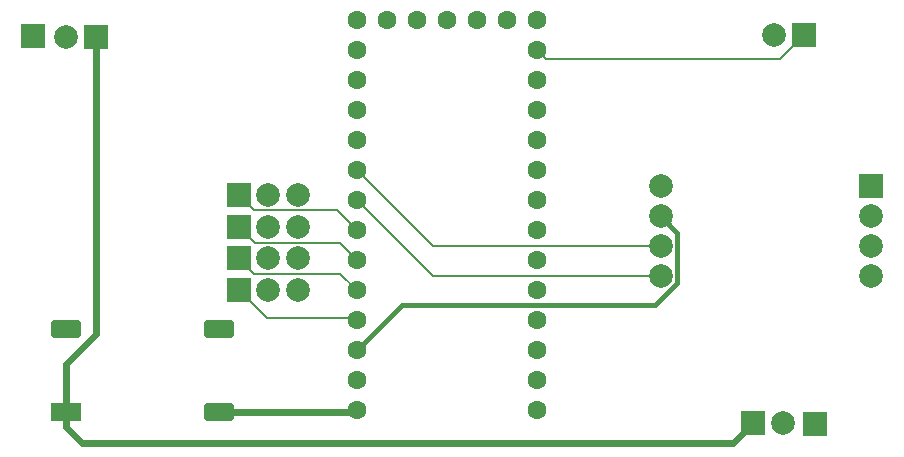
<source format=gbr>
%TF.GenerationSoftware,KiCad,Pcbnew,9.0.7*%
%TF.CreationDate,2026-02-07T11:06:05-07:00*%
%TF.ProjectId,PCB_v1,5043425f-7631-42e6-9b69-6361645f7063,rev?*%
%TF.SameCoordinates,Original*%
%TF.FileFunction,Copper,L1,Top*%
%TF.FilePolarity,Positive*%
%FSLAX46Y46*%
G04 Gerber Fmt 4.6, Leading zero omitted, Abs format (unit mm)*
G04 Created by KiCad (PCBNEW 9.0.7) date 2026-02-07 11:06:05*
%MOMM*%
%LPD*%
G01*
G04 APERTURE LIST*
G04 Aperture macros list*
%AMRoundRect*
0 Rectangle with rounded corners*
0 $1 Rounding radius*
0 $2 $3 $4 $5 $6 $7 $8 $9 X,Y pos of 4 corners*
0 Add a 4 corners polygon primitive as box body*
4,1,4,$2,$3,$4,$5,$6,$7,$8,$9,$2,$3,0*
0 Add four circle primitives for the rounded corners*
1,1,$1+$1,$2,$3*
1,1,$1+$1,$4,$5*
1,1,$1+$1,$6,$7*
1,1,$1+$1,$8,$9*
0 Add four rect primitives between the rounded corners*
20,1,$1+$1,$2,$3,$4,$5,0*
20,1,$1+$1,$4,$5,$6,$7,0*
20,1,$1+$1,$6,$7,$8,$9,0*
20,1,$1+$1,$8,$9,$2,$3,0*%
G04 Aperture macros list end*
%TA.AperFunction,ComponentPad*%
%ADD10R,2.000000X2.000000*%
%TD*%
%TA.AperFunction,ComponentPad*%
%ADD11C,2.000000*%
%TD*%
%TA.AperFunction,ComponentPad*%
%ADD12C,1.600000*%
%TD*%
%TA.AperFunction,ComponentPad*%
%ADD13RoundRect,1.000000X-0.000010X0.000010X-0.000010X-0.000010X0.000010X-0.000010X0.000010X0.000010X0*%
%TD*%
%TA.AperFunction,ComponentPad*%
%ADD14R,2.500000X1.500000*%
%TD*%
%TA.AperFunction,ComponentPad*%
%ADD15RoundRect,0.150000X1.100000X0.600000X-1.100000X0.600000X-1.100000X-0.600000X1.100000X-0.600000X0*%
%TD*%
%TA.AperFunction,Conductor*%
%ADD16C,0.400000*%
%TD*%
%TA.AperFunction,Conductor*%
%ADD17C,0.200000*%
%TD*%
%TA.AperFunction,Conductor*%
%ADD18C,0.600000*%
%TD*%
G04 APERTURE END LIST*
D10*
%TO.P,J7,1,Pin_1*%
%TO.N,/S_ESC_Right_3*%
X213100000Y-96408000D03*
%TD*%
%TO.P,J5,1,Pin_1*%
%TO.N,/12V*%
X207830000Y-96344500D03*
D11*
%TO.P,J5,2,Pin_2*%
%TO.N,/GND*%
X210370000Y-96344500D03*
%TD*%
D10*
%TO.P,J6,1,Pin_1*%
%TO.N,/S_ESC_Left_2*%
X146900000Y-63592000D03*
%TD*%
D12*
%TO.P,U1,1,GND*%
%TO.N,/GND*%
X189525000Y-95240000D03*
%TO.P,U1,2,0_RX1_CRX2_CS1*%
%TO.N,unconnected-(U1-0_RX1_CRX2_CS1-Pad2)*%
X189525000Y-92700000D03*
%TO.P,U1,3,1_TX1_CTX2_MISO1*%
%TO.N,unconnected-(U1-1_TX1_CTX2_MISO1-Pad3)*%
X189525000Y-90160000D03*
%TO.P,U1,4,2_OUT2*%
%TO.N,/S_ESC_Left_2*%
X189525000Y-87620000D03*
%TO.P,U1,5,3_LRCLK2*%
%TO.N,/S_ESC_Right_3*%
X189525000Y-85080000D03*
%TO.P,U1,6,4_BCLK2*%
%TO.N,unconnected-(U1-4_BCLK2-Pad6)*%
X189525000Y-82540000D03*
%TO.P,U1,7,5_IN2*%
%TO.N,unconnected-(U1-5_IN2-Pad7)*%
X189525000Y-80000000D03*
%TO.P,U1,8,6_OUT1D*%
%TO.N,unconnected-(U1-6_OUT1D-Pad8)*%
X189525000Y-77460000D03*
%TO.P,U1,9,7_RX2_OUT1A*%
%TO.N,unconnected-(U1-7_RX2_OUT1A-Pad9)*%
X189525000Y-74920000D03*
%TO.P,U1,10,8_TX2_IN1*%
%TO.N,unconnected-(U1-8_TX2_IN1-Pad10)*%
X189525000Y-72380000D03*
%TO.P,U1,11,9_OUT1C*%
%TO.N,unconnected-(U1-9_OUT1C-Pad11)*%
X189525000Y-69840000D03*
%TO.P,U1,12,10_CS_MQSR*%
%TO.N,unconnected-(U1-10_CS_MQSR-Pad12)*%
X189525000Y-67300000D03*
%TO.P,U1,13,11_MOSI_CTX1*%
%TO.N,/LED*%
X189525000Y-64760000D03*
%TO.P,U1,14,12_MISO_MQSL*%
%TO.N,unconnected-(U1-12_MISO_MQSL-Pad14)*%
X189525000Y-62220000D03*
%TO.P,U1,15,VBAT*%
%TO.N,unconnected-(U1-VBAT-Pad15)*%
X186985000Y-62220000D03*
%TO.P,U1,16,3V3*%
%TO.N,unconnected-(U1-3V3-Pad16)*%
X184445000Y-62220000D03*
%TO.P,U1,17,GND*%
%TO.N,/GND*%
X181905000Y-62220000D03*
%TO.P,U1,18,PROGRAM*%
%TO.N,unconnected-(U1-PROGRAM-Pad18)*%
X179365000Y-62220000D03*
%TO.P,U1,19,ON_OFF*%
%TO.N,unconnected-(U1-ON_OFF-Pad19)*%
X176825000Y-62220000D03*
%TO.P,U1,20,13_SCK_CRX1_LED*%
%TO.N,unconnected-(U1-13_SCK_CRX1_LED-Pad20)*%
X174285000Y-62220000D03*
%TO.P,U1,21,14_A0_TX3_SPDIF_OUT*%
%TO.N,unconnected-(U1-14_A0_TX3_SPDIF_OUT-Pad21)*%
X174285000Y-64760000D03*
%TO.P,U1,22,15_A1_RX3_SPDIF_IN*%
%TO.N,unconnected-(U1-15_A1_RX3_SPDIF_IN-Pad22)*%
X174285000Y-67300000D03*
%TO.P,U1,23,16_A2_RX4_SCL1*%
%TO.N,unconnected-(U1-16_A2_RX4_SCL1-Pad23)*%
X174285000Y-69840000D03*
%TO.P,U1,24,17_A3_TX4_SDA1*%
%TO.N,unconnected-(U1-17_A3_TX4_SDA1-Pad24)*%
X174285000Y-72380000D03*
%TO.P,U1,25,18_A4_SDA0*%
%TO.N,/SDA_18*%
X174285000Y-74920000D03*
%TO.P,U1,26,19_A5_SCL0*%
%TO.N,/SCL_19*%
X174285000Y-77460000D03*
%TO.P,U1,27,20_A6_TX5_LRCLK1*%
%TO.N,/CH4_20*%
X174285000Y-80000000D03*
%TO.P,U1,28,21_A7_RX5_BCLK1*%
%TO.N,/CH3_21*%
X174285000Y-82540000D03*
%TO.P,U1,29,22_A8_CTX1*%
%TO.N,/CH2_22*%
X174285000Y-85080000D03*
%TO.P,U1,30,23_A9_CRX1_MCLK1*%
%TO.N,/CH1_23*%
X174285000Y-87620000D03*
%TO.P,U1,31,3V3*%
%TO.N,/3.3V*%
X174285000Y-90160000D03*
%TO.P,U1,32,GND*%
%TO.N,/GND*%
X174285000Y-92700000D03*
%TO.P,U1,33,VIN*%
%TO.N,/5V*%
X174285000Y-95240000D03*
%TD*%
D10*
%TO.P,J4,1,Pin_1*%
%TO.N,/12V*%
X152170000Y-63655500D03*
D11*
%TO.P,J4,2,Pin_2*%
%TO.N,/GND*%
X149630000Y-63655500D03*
%TD*%
D10*
%TO.P,J8,1,Pin_1*%
%TO.N,/LED*%
X212170000Y-63465000D03*
D11*
%TO.P,J8,2,Pin_2*%
%TO.N,/GND*%
X209630000Y-63465000D03*
%TD*%
D10*
%TO.P,J1,1,Pin_1*%
%TO.N,unconnected-(J1-Pin_1-Pad1)*%
X217790000Y-76290000D03*
D13*
%TO.P,J1,2,Pin_2*%
%TO.N,unconnected-(J1-Pin_2-Pad2)*%
X217790000Y-78830000D03*
%TO.P,J1,3,Pin_3*%
%TO.N,unconnected-(J1-Pin_3-Pad3)*%
X217790000Y-81370000D03*
%TO.P,J1,4,Pin_4*%
%TO.N,unconnected-(J1-Pin_4-Pad4)*%
X217790000Y-83910000D03*
%TO.P,J1,5,Pin_5*%
%TO.N,/GND*%
X200010000Y-76290000D03*
%TO.P,J1,6,Pin_6*%
%TO.N,/3.3V*%
X200010000Y-78830000D03*
%TO.P,J1,7,Pin_7*%
%TO.N,/SDA_18*%
X200010000Y-81370000D03*
%TO.P,J1,8,Pin_8*%
%TO.N,/SCL_19*%
X200010000Y-83910000D03*
%TD*%
D14*
%TO.P,J3,1,Pin_1*%
%TO.N,/12V*%
X149650000Y-95400000D03*
D15*
%TO.P,J3,2,Pin_2*%
%TO.N,/GND*%
X149650000Y-88400000D03*
%TO.P,J3,3,Pin_3*%
%TO.N,/5V*%
X162650000Y-95400000D03*
%TO.P,J3,4,Pin_4*%
%TO.N,/GND*%
X162650000Y-88400000D03*
%TD*%
D10*
%TO.P,J2,1,Pin_1*%
%TO.N,/CH1_23*%
X164300000Y-85060000D03*
%TO.P,J2,2,Pin_2*%
%TO.N,/CH2_22*%
X164300000Y-82390000D03*
%TO.P,J2,3,Pin_3*%
%TO.N,/CH3_21*%
X164300000Y-79720000D03*
%TO.P,J2,4,Pin_4*%
%TO.N,/CH4_20*%
X164300000Y-77050000D03*
D11*
%TO.P,J2,5,Pin_5*%
%TO.N,/3.3V*%
X166800000Y-85060000D03*
%TO.P,J2,6,Pin_6*%
X166800000Y-82390000D03*
%TO.P,J2,7,Pin_7*%
X166800000Y-79720000D03*
%TO.P,J2,8,Pin_8*%
X166800000Y-77050000D03*
%TO.P,J2,9,Pin_9*%
%TO.N,/GND*%
X169300000Y-85060000D03*
%TO.P,J2,10,Pin_10*%
X169300000Y-82390000D03*
%TO.P,J2,11,Pin_11*%
X169300000Y-79720000D03*
%TO.P,J2,12,Pin_12*%
X169300000Y-77050000D03*
%TD*%
D16*
%TO.N,/3.3V*%
X199551314Y-86350000D02*
X201411000Y-84490314D01*
X174285000Y-90160000D02*
X178095000Y-86350000D01*
X201411000Y-84490314D02*
X201411000Y-80231000D01*
X201411000Y-80231000D02*
X200010000Y-78830000D01*
X178095000Y-86350000D02*
X199551314Y-86350000D01*
D17*
%TO.N,/SCL_19*%
X180735000Y-83910000D02*
X174285000Y-77460000D01*
X200010000Y-83910000D02*
X180735000Y-83910000D01*
%TO.N,/SDA_18*%
X200010000Y-81370000D02*
X180735000Y-81370000D01*
X180735000Y-81370000D02*
X174285000Y-74920000D01*
%TO.N,/CH3_21*%
X165669000Y-81089000D02*
X172834000Y-81089000D01*
X164300000Y-79720000D02*
X165669000Y-81089000D01*
X172834000Y-81089000D02*
X174285000Y-82540000D01*
%TO.N,/CH2_22*%
X165601000Y-83691000D02*
X172896000Y-83691000D01*
X172896000Y-83691000D02*
X174285000Y-85080000D01*
X164300000Y-82390000D02*
X165601000Y-83691000D01*
%TO.N,/CH4_20*%
X172636000Y-78351000D02*
X174285000Y-80000000D01*
X165601000Y-78351000D02*
X172636000Y-78351000D01*
X164300000Y-77050000D02*
X165601000Y-78351000D01*
%TO.N,/CH1_23*%
X164300000Y-85060000D02*
X166680000Y-87440000D01*
X166680000Y-87440000D02*
X174580000Y-87440000D01*
D18*
%TO.N,/12V*%
X151000000Y-98000000D02*
X206174500Y-98000000D01*
X152170000Y-88830000D02*
X149650000Y-91350000D01*
X206174500Y-98000000D02*
X207830000Y-96344500D01*
X152170000Y-63655500D02*
X152170000Y-88830000D01*
X149650000Y-96650000D02*
X151000000Y-98000000D01*
X149650000Y-95400000D02*
X149650000Y-96650000D01*
X149650000Y-91350000D02*
X149650000Y-95400000D01*
D17*
%TO.N,/5V*%
X162990000Y-95060000D02*
X162650000Y-95400000D01*
X174125000Y-95400000D02*
X174285000Y-95240000D01*
D18*
X162650000Y-95400000D02*
X174125000Y-95400000D01*
D17*
%TO.N,/LED*%
X190006000Y-64766000D02*
X189820000Y-64580000D01*
X190324999Y-65559999D02*
X189525000Y-64760000D01*
X212170000Y-63465000D02*
X210075001Y-65559999D01*
X210075001Y-65559999D02*
X190324999Y-65559999D01*
%TD*%
M02*

</source>
